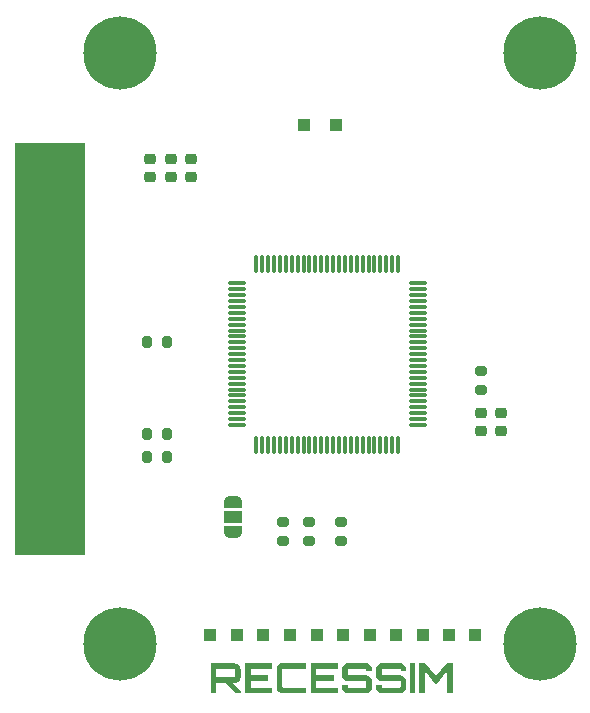
<source format=gbr>
%TF.GenerationSoftware,KiCad,Pcbnew,8.0.6*%
%TF.CreationDate,2024-12-27T08:32:01-06:00*%
%TF.ProjectId,RECESSIM-CW312T-SAM4C32,52454345-5353-4494-9d2d-435733313254,rev?*%
%TF.SameCoordinates,Original*%
%TF.FileFunction,Soldermask,Top*%
%TF.FilePolarity,Negative*%
%FSLAX46Y46*%
G04 Gerber Fmt 4.6, Leading zero omitted, Abs format (unit mm)*
G04 Created by KiCad (PCBNEW 8.0.6) date 2024-12-27 08:32:01*
%MOMM*%
%LPD*%
G01*
G04 APERTURE LIST*
G04 Aperture macros list*
%AMRoundRect*
0 Rectangle with rounded corners*
0 $1 Rounding radius*
0 $2 $3 $4 $5 $6 $7 $8 $9 X,Y pos of 4 corners*
0 Add a 4 corners polygon primitive as box body*
4,1,4,$2,$3,$4,$5,$6,$7,$8,$9,$2,$3,0*
0 Add four circle primitives for the rounded corners*
1,1,$1+$1,$2,$3*
1,1,$1+$1,$4,$5*
1,1,$1+$1,$6,$7*
1,1,$1+$1,$8,$9*
0 Add four rect primitives between the rounded corners*
20,1,$1+$1,$2,$3,$4,$5,0*
20,1,$1+$1,$4,$5,$6,$7,0*
20,1,$1+$1,$6,$7,$8,$9,0*
20,1,$1+$1,$8,$9,$2,$3,0*%
%AMFreePoly0*
4,1,19,0.550000,-0.750000,0.000000,-0.750000,0.000000,-0.744911,-0.071157,-0.744911,-0.207708,-0.704816,-0.327430,-0.627875,-0.420627,-0.520320,-0.479746,-0.390866,-0.500000,-0.250000,-0.500000,0.250000,-0.479746,0.390866,-0.420627,0.520320,-0.327430,0.627875,-0.207708,0.704816,-0.071157,0.744911,0.000000,0.744911,0.000000,0.750000,0.550000,0.750000,0.550000,-0.750000,0.550000,-0.750000,
$1*%
%AMFreePoly1*
4,1,19,0.000000,0.744911,0.071157,0.744911,0.207708,0.704816,0.327430,0.627875,0.420627,0.520320,0.479746,0.390866,0.500000,0.250000,0.500000,-0.250000,0.479746,-0.390866,0.420627,-0.520320,0.327430,-0.627875,0.207708,-0.704816,0.071157,-0.744911,0.000000,-0.744911,0.000000,-0.750000,-0.550000,-0.750000,-0.550000,0.750000,0.000000,0.750000,0.000000,0.744911,0.000000,0.744911,
$1*%
G04 Aperture macros list end*
%ADD10C,0.500000*%
%ADD11C,0.100000*%
%ADD12RoundRect,0.070000X-0.667500X-0.070000X0.667500X-0.070000X0.667500X0.070000X-0.667500X0.070000X0*%
%ADD13RoundRect,0.070000X-0.070000X-0.667500X0.070000X-0.667500X0.070000X0.667500X-0.070000X0.667500X0*%
%ADD14R,1.000000X1.000000*%
%ADD15RoundRect,0.200000X-0.275000X0.200000X-0.275000X-0.200000X0.275000X-0.200000X0.275000X0.200000X0*%
%ADD16R,4.300000X0.700000*%
%ADD17R,3.200000X0.700000*%
%ADD18C,1.000000*%
%ADD19C,6.200000*%
%ADD20RoundRect,0.225000X-0.250000X0.225000X-0.250000X-0.225000X0.250000X-0.225000X0.250000X0.225000X0*%
%ADD21RoundRect,0.200000X0.275000X-0.200000X0.275000X0.200000X-0.275000X0.200000X-0.275000X-0.200000X0*%
%ADD22RoundRect,0.200000X-0.200000X-0.275000X0.200000X-0.275000X0.200000X0.275000X-0.200000X0.275000X0*%
%ADD23RoundRect,0.225000X0.250000X-0.225000X0.250000X0.225000X-0.250000X0.225000X-0.250000X-0.225000X0*%
%ADD24FreePoly0,90.000000*%
%ADD25R,1.500000X1.000000*%
%ADD26FreePoly1,90.000000*%
G04 APERTURE END LIST*
D10*
G36*
X150853890Y-121225327D02*
G01*
X150970516Y-121275244D01*
X151070961Y-121352486D01*
X151148813Y-121452320D01*
X151199188Y-121568793D01*
X151215980Y-121695952D01*
X151215980Y-122374337D01*
X151199188Y-122501648D01*
X151148813Y-122618579D01*
X151070961Y-122718414D01*
X150970516Y-122795655D01*
X150853890Y-122845115D01*
X150726273Y-122861601D01*
X150586852Y-122861818D01*
X151208042Y-123596161D01*
X151208042Y-123725000D01*
X150706123Y-123725000D01*
X149982260Y-122862759D01*
X149158234Y-122864043D01*
X149158234Y-123725000D01*
X148696004Y-123725000D01*
X148696004Y-121713049D01*
X149158234Y-121713049D01*
X149158234Y-122354797D01*
X149170446Y-122384717D01*
X149200366Y-122396318D01*
X150706734Y-122396318D01*
X150736653Y-122384717D01*
X150749476Y-122354797D01*
X150749476Y-121713049D01*
X150736653Y-121683129D01*
X150706734Y-121670307D01*
X149200366Y-121670307D01*
X149170446Y-121683129D01*
X149158234Y-121713049D01*
X148696004Y-121713049D01*
X148696004Y-121208688D01*
X150726273Y-121208688D01*
X150853890Y-121225327D01*
G37*
G36*
X151589672Y-123725000D02*
G01*
X151589672Y-121205024D01*
X153908757Y-121205024D01*
X153908757Y-121669696D01*
X152056786Y-121669696D01*
X152056786Y-122232065D01*
X153547278Y-122232065D01*
X153547278Y-122697958D01*
X152056786Y-122697958D01*
X152056786Y-123260327D01*
X153908757Y-123260327D01*
X153908757Y-123725000D01*
X151589672Y-123725000D01*
G37*
G36*
X154749563Y-123725000D02*
G01*
X154621031Y-123708666D01*
X154504099Y-123659665D01*
X154404723Y-123582575D01*
X154327634Y-123483199D01*
X154278633Y-123366268D01*
X154262299Y-123237735D01*
X154262299Y-121692288D01*
X154278633Y-121563908D01*
X154327634Y-121447435D01*
X154404723Y-121347753D01*
X154504099Y-121270969D01*
X154621031Y-121221510D01*
X154749563Y-121205024D01*
X156775558Y-121205024D01*
X156775558Y-121669696D01*
X154846650Y-121669696D01*
X154757501Y-121701448D01*
X154724528Y-121791207D01*
X154724528Y-123138817D01*
X154757501Y-123227355D01*
X154846650Y-123260327D01*
X156775558Y-123260327D01*
X156775558Y-123725000D01*
X154749563Y-123725000D01*
G37*
G36*
X157146196Y-123725000D02*
G01*
X157146196Y-121205024D01*
X159465282Y-121205024D01*
X159465282Y-121669696D01*
X157613311Y-121669696D01*
X157613311Y-122232065D01*
X159103803Y-122232065D01*
X159103803Y-122697958D01*
X157613311Y-122697958D01*
X157613311Y-123260327D01*
X159465282Y-123260327D01*
X159465282Y-123725000D01*
X157146196Y-123725000D01*
G37*
G36*
X160296318Y-123725000D02*
G01*
X160168091Y-123708666D01*
X160050854Y-123659665D01*
X159951020Y-123582423D01*
X159873778Y-123482588D01*
X159824777Y-123365505D01*
X159808443Y-123237735D01*
X159808443Y-123045394D01*
X160270673Y-123045394D01*
X160270673Y-123218196D01*
X160282885Y-123248115D01*
X160312805Y-123260327D01*
X161819173Y-123260327D01*
X161849092Y-123248115D01*
X161861915Y-123218196D01*
X161861915Y-122738869D01*
X161849092Y-122710170D01*
X161819173Y-122697958D01*
X160296318Y-122697958D01*
X160168091Y-122681472D01*
X160050854Y-122632013D01*
X159951020Y-122554618D01*
X159873778Y-122455547D01*
X159824777Y-122338921D01*
X159808443Y-122210083D01*
X159808443Y-121692288D01*
X159824777Y-121564672D01*
X159873778Y-121448046D01*
X159951020Y-121347906D01*
X160050854Y-121270969D01*
X160168091Y-121221510D01*
X160296318Y-121205024D01*
X161841154Y-121205024D01*
X161968161Y-121221510D01*
X162084176Y-121270969D01*
X162183705Y-121347906D01*
X162261252Y-121448046D01*
X162311627Y-121564672D01*
X162328419Y-121692288D01*
X162328419Y-121884630D01*
X161861915Y-121884630D01*
X161861915Y-121711828D01*
X161849092Y-121682519D01*
X161819173Y-121669696D01*
X160312805Y-121669696D01*
X160282885Y-121682519D01*
X160270673Y-121711828D01*
X160270673Y-122191154D01*
X160282885Y-122220464D01*
X160312805Y-122232065D01*
X161841154Y-122232065D01*
X161968161Y-122248704D01*
X162084176Y-122298621D01*
X162183705Y-122375710D01*
X162261252Y-122475087D01*
X162311627Y-122591255D01*
X162328419Y-122719940D01*
X162328419Y-123237735D01*
X162311627Y-123365505D01*
X162261252Y-123482588D01*
X162183705Y-123582423D01*
X162084176Y-123659665D01*
X161968161Y-123708666D01*
X161841154Y-123725000D01*
X160296318Y-123725000D01*
G37*
G36*
X163185711Y-123725000D02*
G01*
X163057484Y-123708666D01*
X162940247Y-123659665D01*
X162840413Y-123582423D01*
X162763171Y-123482588D01*
X162714170Y-123365505D01*
X162697836Y-123237735D01*
X162697836Y-123045394D01*
X163160066Y-123045394D01*
X163160066Y-123218196D01*
X163172278Y-123248115D01*
X163202198Y-123260327D01*
X164708565Y-123260327D01*
X164738485Y-123248115D01*
X164751308Y-123218196D01*
X164751308Y-122738869D01*
X164738485Y-122710170D01*
X164708565Y-122697958D01*
X163185711Y-122697958D01*
X163057484Y-122681472D01*
X162940247Y-122632013D01*
X162840413Y-122554618D01*
X162763171Y-122455547D01*
X162714170Y-122338921D01*
X162697836Y-122210083D01*
X162697836Y-121692288D01*
X162714170Y-121564672D01*
X162763171Y-121448046D01*
X162840413Y-121347906D01*
X162940247Y-121270969D01*
X163057484Y-121221510D01*
X163185711Y-121205024D01*
X164730547Y-121205024D01*
X164857554Y-121221510D01*
X164973569Y-121270969D01*
X165073098Y-121347906D01*
X165150645Y-121448046D01*
X165201020Y-121564672D01*
X165217812Y-121692288D01*
X165217812Y-121884630D01*
X164751308Y-121884630D01*
X164751308Y-121711828D01*
X164738485Y-121682519D01*
X164708565Y-121669696D01*
X163202198Y-121669696D01*
X163172278Y-121682519D01*
X163160066Y-121711828D01*
X163160066Y-122191154D01*
X163172278Y-122220464D01*
X163202198Y-122232065D01*
X164730547Y-122232065D01*
X164857554Y-122248704D01*
X164973569Y-122298621D01*
X165073098Y-122375710D01*
X165150645Y-122475087D01*
X165201020Y-122591255D01*
X165217812Y-122719940D01*
X165217812Y-123237735D01*
X165201020Y-123365505D01*
X165150645Y-123482588D01*
X165073098Y-123582423D01*
X164973569Y-123659665D01*
X164857554Y-123708666D01*
X164730547Y-123725000D01*
X163185711Y-123725000D01*
G37*
G36*
X165548150Y-123725000D02*
G01*
X165548150Y-121205024D01*
X166006716Y-121205024D01*
X166006716Y-123725000D01*
X165548150Y-123725000D01*
G37*
G36*
X166344993Y-123725000D02*
G01*
X166344993Y-121205024D01*
X166851796Y-121205024D01*
X167765265Y-122294347D01*
X168676901Y-121205024D01*
X169186147Y-121205024D01*
X169186147Y-123725000D01*
X168721475Y-123725000D01*
X168721475Y-121876692D01*
X167765265Y-123016085D01*
X166807222Y-121879134D01*
X166807222Y-123725000D01*
X166344993Y-123725000D01*
G37*
%TO.C,P1*%
D11*
X132082934Y-111910542D02*
X137924934Y-111910542D01*
X137924934Y-77112542D01*
X132082934Y-77112542D01*
X132082934Y-111910542D01*
G36*
X132082934Y-111910542D02*
G01*
X137924934Y-111910542D01*
X137924934Y-77112542D01*
X132082934Y-77112542D01*
X132082934Y-111910542D01*
G37*
%TD*%
D12*
%TO.C,U1*%
X150882434Y-89030542D03*
X150882434Y-89530542D03*
X150882434Y-90030542D03*
X150882434Y-90530542D03*
X150882434Y-91030542D03*
X150882434Y-91530542D03*
X150882434Y-92030542D03*
X150882434Y-92530542D03*
X150882434Y-93030542D03*
X150882434Y-93530542D03*
X150882434Y-94030542D03*
X150882434Y-94530542D03*
X150882434Y-95030542D03*
X150882434Y-95530542D03*
X150882434Y-96030542D03*
X150882434Y-96530542D03*
X150882434Y-97030542D03*
X150882434Y-97530542D03*
X150882434Y-98030542D03*
X150882434Y-98530542D03*
X150882434Y-99030542D03*
X150882434Y-99530542D03*
X150882434Y-100030542D03*
X150882434Y-100530542D03*
X150882434Y-101030542D03*
D13*
X152544934Y-102693042D03*
X153044934Y-102693042D03*
X153544934Y-102693042D03*
X154044934Y-102693042D03*
X154544934Y-102693042D03*
X155044934Y-102693042D03*
X155544934Y-102693042D03*
X156044934Y-102693042D03*
X156544934Y-102693042D03*
X157044934Y-102693042D03*
X157544934Y-102693042D03*
X158044934Y-102693042D03*
X158544934Y-102693042D03*
X159044934Y-102693042D03*
X159544934Y-102693042D03*
X160044934Y-102693042D03*
X160544934Y-102693042D03*
X161044934Y-102693042D03*
X161544934Y-102693042D03*
X162044934Y-102693042D03*
X162544934Y-102693042D03*
X163044934Y-102693042D03*
X163544934Y-102693042D03*
X164044934Y-102693042D03*
X164544934Y-102693042D03*
D12*
X166207434Y-101030542D03*
X166207434Y-100530542D03*
X166207434Y-100030542D03*
X166207434Y-99530542D03*
X166207434Y-99030542D03*
X166207434Y-98530542D03*
X166207434Y-98030542D03*
X166207434Y-97530542D03*
X166207434Y-97030542D03*
X166207434Y-96530542D03*
X166207434Y-96030542D03*
X166207434Y-95530542D03*
X166207434Y-95030542D03*
X166207434Y-94530542D03*
X166207434Y-94030542D03*
X166207434Y-93530542D03*
X166207434Y-93030542D03*
X166207434Y-92530542D03*
X166207434Y-92030542D03*
X166207434Y-91530542D03*
X166207434Y-91030542D03*
X166207434Y-90530542D03*
X166207434Y-90030542D03*
X166207434Y-89530542D03*
X166207434Y-89030542D03*
D13*
X164544934Y-87368042D03*
X164044934Y-87368042D03*
X163544934Y-87368042D03*
X163044934Y-87368042D03*
X162544934Y-87368042D03*
X162044934Y-87368042D03*
X161544934Y-87368042D03*
X161044934Y-87368042D03*
X160544934Y-87368042D03*
X160044934Y-87368042D03*
X159544934Y-87368042D03*
X159044934Y-87368042D03*
X158544934Y-87368042D03*
X158044934Y-87368042D03*
X157544934Y-87368042D03*
X157044934Y-87368042D03*
X156544934Y-87368042D03*
X156044934Y-87368042D03*
X155544934Y-87368042D03*
X155044934Y-87368042D03*
X154544934Y-87368042D03*
X154044934Y-87368042D03*
X153544934Y-87368042D03*
X153044934Y-87368042D03*
X152544934Y-87368042D03*
%TD*%
D14*
%TO.C,TP15*%
X166644934Y-118780542D03*
%TD*%
D15*
%TO.C,R7*%
X171550000Y-96450000D03*
X171550000Y-98100000D03*
%TD*%
D16*
%TO.C,P1*%
X135794934Y-78030542D03*
X135794934Y-79030542D03*
X135794934Y-80030542D03*
X135794934Y-81030542D03*
X135794934Y-82030542D03*
X135794934Y-83030542D03*
X135794934Y-84030542D03*
X135794934Y-85030542D03*
X135794934Y-86030542D03*
X135794934Y-87030542D03*
X135794934Y-88030542D03*
X135794934Y-91030542D03*
X135794934Y-92030542D03*
X135794934Y-93030542D03*
X135794934Y-94030542D03*
X135794934Y-95030542D03*
X135794934Y-96030542D03*
X135794934Y-97030542D03*
X135794934Y-98030542D03*
X135794934Y-99030542D03*
X135794934Y-100030542D03*
X135794934Y-101030542D03*
X135794934Y-102030542D03*
X135794934Y-103030542D03*
X135794934Y-104030542D03*
X135794934Y-105030542D03*
X135794934Y-106030542D03*
X135794934Y-107030542D03*
X135794934Y-108030542D03*
X135794934Y-109030542D03*
D17*
X136344934Y-110030542D03*
D16*
X135794934Y-111030542D03*
D18*
X140994934Y-121880542D03*
X139334934Y-121190542D03*
X142654934Y-121190542D03*
X138644934Y-119530542D03*
D19*
X140994934Y-119530542D03*
D18*
X143344934Y-119530542D03*
X139334934Y-117870542D03*
X142654934Y-117870542D03*
X140994934Y-117180542D03*
X140984934Y-71880542D03*
X139324934Y-71190542D03*
X142644934Y-71190542D03*
X138644934Y-69530542D03*
D19*
X140994934Y-69530542D03*
D18*
X143344934Y-69530542D03*
X139324934Y-67870542D03*
X142644934Y-67870542D03*
X140984934Y-67180542D03*
X176544934Y-121880542D03*
X174884934Y-121190542D03*
X178204934Y-121190542D03*
X174194934Y-119530542D03*
D19*
X176544934Y-119530542D03*
D18*
X178894934Y-119530542D03*
X174884934Y-117870542D03*
X178204934Y-117870542D03*
X176544934Y-117180542D03*
X176544934Y-71880542D03*
X174884934Y-71190542D03*
X178204934Y-71190542D03*
X174194934Y-69530542D03*
D19*
X176544934Y-69530542D03*
D18*
X178894934Y-69530542D03*
X174884934Y-67870542D03*
X178204934Y-67870542D03*
X176544934Y-67180542D03*
%TD*%
D20*
%TO.C,C5*%
X173294934Y-100005542D03*
X173294934Y-101555542D03*
%TD*%
D21*
%TO.C,R6*%
X159694934Y-110855542D03*
X159694934Y-109205542D03*
%TD*%
D22*
%TO.C,R3*%
X143294934Y-94030542D03*
X144944934Y-94030542D03*
%TD*%
D14*
%TO.C,TP14*%
X164394934Y-118780542D03*
%TD*%
%TO.C,TP7*%
X153144934Y-118780542D03*
%TD*%
%TO.C,TP10*%
X157644934Y-118780542D03*
%TD*%
D23*
%TO.C,C3*%
X147044934Y-80055542D03*
X147044934Y-78505542D03*
%TD*%
D14*
%TO.C,TP9*%
X156544934Y-75630542D03*
%TD*%
%TO.C,TP8*%
X155394934Y-118780542D03*
%TD*%
%TO.C,TP16*%
X168894934Y-118780542D03*
%TD*%
%TO.C,TP13*%
X162144934Y-118780542D03*
%TD*%
D22*
%TO.C,R2*%
X143294934Y-101780542D03*
X144944934Y-101780542D03*
%TD*%
D23*
%TO.C,C2*%
X145294934Y-80030542D03*
X145294934Y-78480542D03*
%TD*%
D20*
%TO.C,C4*%
X171544934Y-100005542D03*
X171544934Y-101555542D03*
%TD*%
D24*
%TO.C,JP1*%
X150544934Y-110130542D03*
D25*
X150544934Y-108830542D03*
D26*
X150544934Y-107530542D03*
%TD*%
D14*
%TO.C,TP22*%
X171094934Y-118780542D03*
%TD*%
%TO.C,TP11*%
X159294934Y-75630542D03*
%TD*%
%TO.C,TP12*%
X159894934Y-118780542D03*
%TD*%
D21*
%TO.C,R5*%
X157044934Y-110855542D03*
X157044934Y-109205542D03*
%TD*%
D22*
%TO.C,R1*%
X143294934Y-103780542D03*
X144944934Y-103780542D03*
%TD*%
D23*
%TO.C,C1*%
X143544934Y-80030542D03*
X143544934Y-78480542D03*
%TD*%
D21*
%TO.C,R4*%
X154794934Y-110855542D03*
X154794934Y-109205542D03*
%TD*%
D14*
%TO.C,TP6*%
X150894934Y-118780542D03*
%TD*%
%TO.C,TP5*%
X148644934Y-118780542D03*
%TD*%
M02*

</source>
